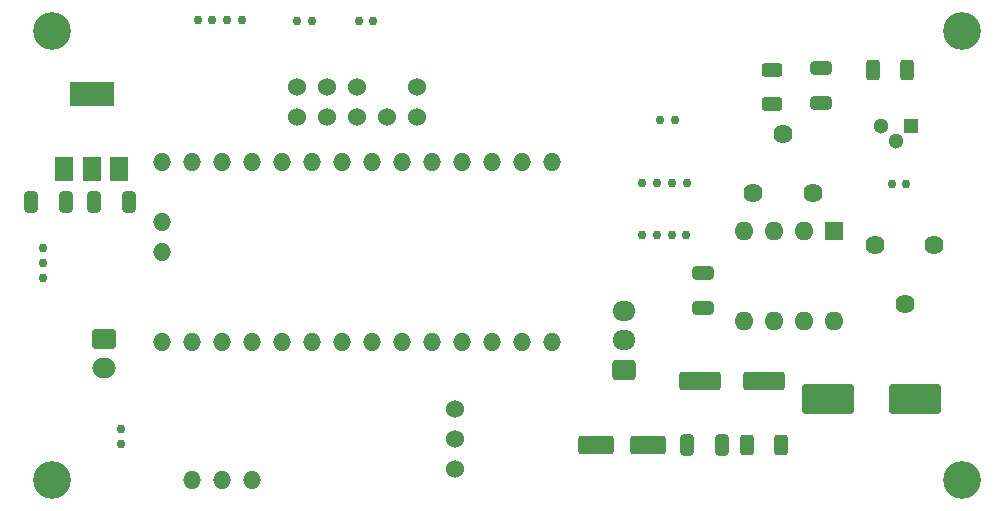
<source format=gbr>
%TF.GenerationSoftware,KiCad,Pcbnew,7.0.9*%
%TF.CreationDate,2024-08-05T23:00:28+10:00*%
%TF.ProjectId,AFPI Device V1.1,41465049-2044-4657-9669-63652056312e,rev?*%
%TF.SameCoordinates,Original*%
%TF.FileFunction,Soldermask,Top*%
%TF.FilePolarity,Negative*%
%FSLAX46Y46*%
G04 Gerber Fmt 4.6, Leading zero omitted, Abs format (unit mm)*
G04 Created by KiCad (PCBNEW 7.0.9) date 2024-08-05 23:00:28*
%MOMM*%
%LPD*%
G01*
G04 APERTURE LIST*
G04 Aperture macros list*
%AMRoundRect*
0 Rectangle with rounded corners*
0 $1 Rounding radius*
0 $2 $3 $4 $5 $6 $7 $8 $9 X,Y pos of 4 corners*
0 Add a 4 corners polygon primitive as box body*
4,1,4,$2,$3,$4,$5,$6,$7,$8,$9,$2,$3,0*
0 Add four circle primitives for the rounded corners*
1,1,$1+$1,$2,$3*
1,1,$1+$1,$4,$5*
1,1,$1+$1,$6,$7*
1,1,$1+$1,$8,$9*
0 Add four rect primitives between the rounded corners*
20,1,$1+$1,$2,$3,$4,$5,0*
20,1,$1+$1,$4,$5,$6,$7,0*
20,1,$1+$1,$6,$7,$8,$9,0*
20,1,$1+$1,$8,$9,$2,$3,0*%
G04 Aperture macros list end*
%ADD10R,1.500000X2.000000*%
%ADD11R,3.800000X2.000000*%
%ADD12RoundRect,0.250000X0.325000X0.650000X-0.325000X0.650000X-0.325000X-0.650000X0.325000X-0.650000X0*%
%ADD13C,1.524000*%
%ADD14O,1.524000X1.524000*%
%ADD15C,3.200000*%
%ADD16RoundRect,0.250000X0.725000X-0.600000X0.725000X0.600000X-0.725000X0.600000X-0.725000X-0.600000X0*%
%ADD17O,1.950000X1.700000*%
%ADD18C,0.750000*%
%ADD19RoundRect,0.250000X-0.750000X0.600000X-0.750000X-0.600000X0.750000X-0.600000X0.750000X0.600000X0*%
%ADD20O,2.000000X1.700000*%
%ADD21RoundRect,0.250000X-0.325000X-0.650000X0.325000X-0.650000X0.325000X0.650000X-0.325000X0.650000X0*%
%ADD22RoundRect,0.250000X0.650000X-0.325000X0.650000X0.325000X-0.650000X0.325000X-0.650000X-0.325000X0*%
%ADD23C,1.620000*%
%ADD24RoundRect,0.250000X0.312500X0.625000X-0.312500X0.625000X-0.312500X-0.625000X0.312500X-0.625000X0*%
%ADD25RoundRect,0.250000X1.500000X0.550000X-1.500000X0.550000X-1.500000X-0.550000X1.500000X-0.550000X0*%
%ADD26RoundRect,0.250000X1.250000X0.550000X-1.250000X0.550000X-1.250000X-0.550000X1.250000X-0.550000X0*%
%ADD27RoundRect,0.250000X-1.950000X-1.000000X1.950000X-1.000000X1.950000X1.000000X-1.950000X1.000000X0*%
%ADD28RoundRect,0.250000X0.625000X-0.312500X0.625000X0.312500X-0.625000X0.312500X-0.625000X-0.312500X0*%
%ADD29R,1.600000X1.600000*%
%ADD30O,1.600000X1.600000*%
%ADD31R,1.300000X1.300000*%
%ADD32C,1.300000*%
G04 APERTURE END LIST*
D10*
%TO.C,U1*%
X103364000Y-116180000D03*
X105664000Y-116180000D03*
X107964000Y-116180000D03*
D11*
X105664000Y-109880000D03*
%TD*%
D12*
%TO.C,C2*%
X108790000Y-118999000D03*
X105840000Y-118999000D03*
%TD*%
D13*
%TO.C,U3*%
X133223000Y-109220000D03*
X128143000Y-109220000D03*
D14*
X114173000Y-142494000D03*
X116713000Y-142494000D03*
X119253000Y-142494000D03*
D13*
X136423400Y-141620240D03*
X136423400Y-139082780D03*
X136423400Y-136502140D03*
X123063000Y-109220000D03*
X125603000Y-109220000D03*
X123063000Y-111760000D03*
X125603000Y-111760000D03*
X128143000Y-111760000D03*
X130683000Y-111760000D03*
X133223000Y-111760000D03*
D14*
X111633000Y-115570000D03*
X114173000Y-115570000D03*
X116713000Y-115570000D03*
X119253000Y-115570000D03*
X121793000Y-115570000D03*
X124333000Y-115570000D03*
X126873000Y-115570000D03*
X129413000Y-115570000D03*
X131953000Y-115570000D03*
X134493000Y-115570000D03*
X137033000Y-115570000D03*
X139573000Y-115570000D03*
X142113000Y-115570000D03*
X144653000Y-115570000D03*
X111633000Y-123190000D03*
X111633000Y-120650000D03*
X144653000Y-130810000D03*
X142113000Y-130810000D03*
X139573000Y-130810000D03*
X137033000Y-130810000D03*
X134493000Y-130810000D03*
X131953000Y-130810000D03*
X129413000Y-130810000D03*
X126873000Y-130810000D03*
X124333000Y-130810000D03*
X121793000Y-130810000D03*
X119253000Y-130810000D03*
X116713000Y-130810000D03*
X114173000Y-130810000D03*
X111633000Y-130810000D03*
%TD*%
D15*
%TO.C,REF\u002A\u002A*%
X102343000Y-142494000D03*
%TD*%
%TO.C,REF\u002A\u002A*%
X102343000Y-104521000D03*
%TD*%
%TO.C,REF\u002A\u002A*%
X179343000Y-104521000D03*
%TD*%
%TO.C,REF\u002A\u002A*%
X179343000Y-142521000D03*
%TD*%
D16*
%TO.C,J1*%
X150766000Y-133183000D03*
D17*
X150766000Y-130683000D03*
X150766000Y-128183000D03*
%TD*%
D18*
%TO.C,SW2*%
X155050000Y-112075000D03*
X153800000Y-112075000D03*
%TD*%
D19*
%TO.C,SW1*%
X106680000Y-130556000D03*
D20*
X106680000Y-133056000D03*
%TD*%
D18*
%TO.C,J9*%
X124333000Y-103632000D03*
X123083000Y-103632000D03*
%TD*%
%TO.C,J8*%
X118390000Y-103614000D03*
X117140000Y-103614000D03*
X115890000Y-103614000D03*
X114640000Y-103614000D03*
%TD*%
%TO.C,J7*%
X129520000Y-103632000D03*
X128270000Y-103632000D03*
%TD*%
%TO.C,J6*%
X174654000Y-117485000D03*
X173404000Y-117485000D03*
%TD*%
%TO.C,J5*%
X108146000Y-138213000D03*
X108146000Y-139463000D03*
%TD*%
%TO.C,J4*%
X101525000Y-122925000D03*
X101525000Y-124175000D03*
X101525000Y-125425000D03*
%TD*%
%TO.C,J3*%
X156050000Y-117375000D03*
X154800000Y-117375000D03*
X153550000Y-117375000D03*
X152300000Y-117375000D03*
%TD*%
%TO.C,J2*%
X152274000Y-121820000D03*
X153524000Y-121820000D03*
X154774000Y-121820000D03*
X156024000Y-121820000D03*
%TD*%
D21*
%TO.C,C1*%
X100506000Y-118999000D03*
X103456000Y-118999000D03*
%TD*%
D22*
%TO.C,C5*%
X167458000Y-110588000D03*
X167458000Y-107638000D03*
%TD*%
D23*
%TO.C,Gain1*%
X171998000Y-122595000D03*
X174498000Y-127595000D03*
X176998000Y-122595000D03*
%TD*%
%TO.C,Vol1*%
X161701000Y-118217000D03*
X164201000Y-113217000D03*
X166701000Y-118217000D03*
%TD*%
D24*
%TO.C,R1*%
X174719500Y-107833000D03*
X171794500Y-107833000D03*
%TD*%
D25*
%TO.C,C6*%
X162583000Y-134122000D03*
X157183000Y-134122000D03*
%TD*%
D26*
%TO.C,C3*%
X152736000Y-139573000D03*
X148336000Y-139573000D03*
%TD*%
D27*
%TO.C,C7*%
X168016000Y-135646000D03*
X175416000Y-135646000D03*
%TD*%
D28*
%TO.C,R2*%
X163267000Y-110702500D03*
X163267000Y-107777500D03*
%TD*%
D24*
%TO.C,R3*%
X164051500Y-139583000D03*
X161126500Y-139583000D03*
%TD*%
D29*
%TO.C,U2*%
X168519000Y-121422000D03*
D30*
X165979000Y-121422000D03*
X163439000Y-121422000D03*
X160899000Y-121422000D03*
X160899000Y-129042000D03*
X163439000Y-129042000D03*
X165979000Y-129042000D03*
X168519000Y-129042000D03*
%TD*%
D22*
%TO.C,C4*%
X157425000Y-127950000D03*
X157425000Y-125000000D03*
%TD*%
D21*
%TO.C,C8*%
X156077000Y-139583000D03*
X159027000Y-139583000D03*
%TD*%
D31*
%TO.C,Q1*%
X175035000Y-112532000D03*
D32*
X173765000Y-113802000D03*
X172495000Y-112532000D03*
%TD*%
M02*

</source>
